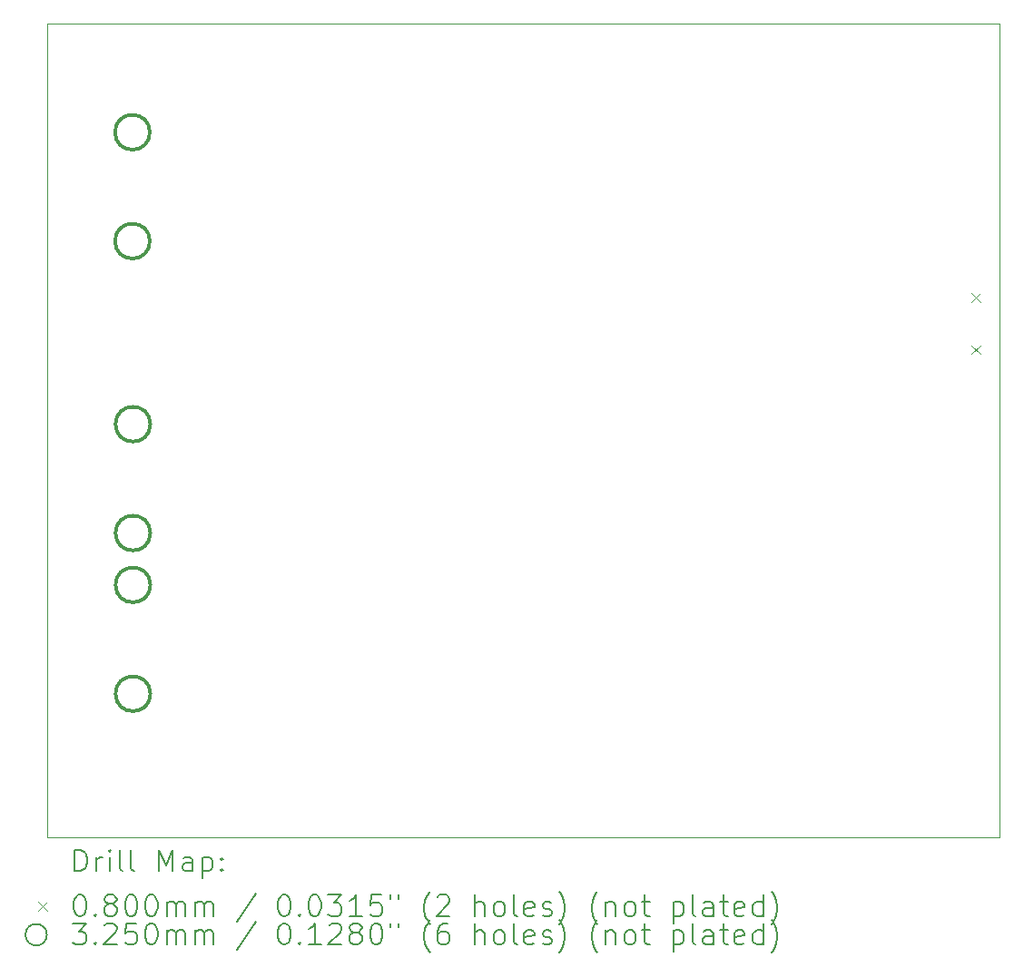
<source format=gbr>
%TF.GenerationSoftware,KiCad,Pcbnew,7.0.6*%
%TF.CreationDate,2024-01-13T22:26:54-05:00*%
%TF.ProjectId,Arch_Bridge,41726368-5f42-4726-9964-67652e6b6963,rev?*%
%TF.SameCoordinates,Original*%
%TF.FileFunction,Drillmap*%
%TF.FilePolarity,Positive*%
%FSLAX45Y45*%
G04 Gerber Fmt 4.5, Leading zero omitted, Abs format (unit mm)*
G04 Created by KiCad (PCBNEW 7.0.6) date 2024-01-13 22:26:54*
%MOMM*%
%LPD*%
G01*
G04 APERTURE LIST*
%ADD10C,0.050000*%
%ADD11C,0.200000*%
%ADD12C,0.080000*%
%ADD13C,0.325000*%
G04 APERTURE END LIST*
D10*
X2000000Y-9600000D02*
X2000000Y-2000000D01*
X10880000Y-2000000D02*
X2000000Y-2000000D01*
X2000000Y-9600000D02*
X10880000Y-9600000D01*
X10880000Y-9600000D02*
X10880000Y-2000000D01*
D11*
D12*
X10620000Y-4520000D02*
X10700000Y-4600000D01*
X10700000Y-4520000D02*
X10620000Y-4600000D01*
X10620000Y-5007500D02*
X10700000Y-5087500D01*
X10700000Y-5007500D02*
X10620000Y-5087500D01*
D13*
X2957500Y-3017000D02*
G75*
G03*
X2957500Y-3017000I-162500J0D01*
G01*
X2957500Y-4033000D02*
G75*
G03*
X2957500Y-4033000I-162500J0D01*
G01*
X2962500Y-5742000D02*
G75*
G03*
X2962500Y-5742000I-162500J0D01*
G01*
X2962500Y-6758000D02*
G75*
G03*
X2962500Y-6758000I-162500J0D01*
G01*
X2962500Y-7242000D02*
G75*
G03*
X2962500Y-7242000I-162500J0D01*
G01*
X2962500Y-8258000D02*
G75*
G03*
X2962500Y-8258000I-162500J0D01*
G01*
D11*
X2258277Y-9913984D02*
X2258277Y-9713984D01*
X2258277Y-9713984D02*
X2305896Y-9713984D01*
X2305896Y-9713984D02*
X2334467Y-9723508D01*
X2334467Y-9723508D02*
X2353515Y-9742555D01*
X2353515Y-9742555D02*
X2363039Y-9761603D01*
X2363039Y-9761603D02*
X2372563Y-9799698D01*
X2372563Y-9799698D02*
X2372563Y-9828270D01*
X2372563Y-9828270D02*
X2363039Y-9866365D01*
X2363039Y-9866365D02*
X2353515Y-9885412D01*
X2353515Y-9885412D02*
X2334467Y-9904460D01*
X2334467Y-9904460D02*
X2305896Y-9913984D01*
X2305896Y-9913984D02*
X2258277Y-9913984D01*
X2458277Y-9913984D02*
X2458277Y-9780650D01*
X2458277Y-9818746D02*
X2467801Y-9799698D01*
X2467801Y-9799698D02*
X2477324Y-9790174D01*
X2477324Y-9790174D02*
X2496372Y-9780650D01*
X2496372Y-9780650D02*
X2515420Y-9780650D01*
X2582086Y-9913984D02*
X2582086Y-9780650D01*
X2582086Y-9713984D02*
X2572563Y-9723508D01*
X2572563Y-9723508D02*
X2582086Y-9733031D01*
X2582086Y-9733031D02*
X2591610Y-9723508D01*
X2591610Y-9723508D02*
X2582086Y-9713984D01*
X2582086Y-9713984D02*
X2582086Y-9733031D01*
X2705896Y-9913984D02*
X2686848Y-9904460D01*
X2686848Y-9904460D02*
X2677324Y-9885412D01*
X2677324Y-9885412D02*
X2677324Y-9713984D01*
X2810658Y-9913984D02*
X2791610Y-9904460D01*
X2791610Y-9904460D02*
X2782086Y-9885412D01*
X2782086Y-9885412D02*
X2782086Y-9713984D01*
X3039229Y-9913984D02*
X3039229Y-9713984D01*
X3039229Y-9713984D02*
X3105896Y-9856841D01*
X3105896Y-9856841D02*
X3172562Y-9713984D01*
X3172562Y-9713984D02*
X3172562Y-9913984D01*
X3353515Y-9913984D02*
X3353515Y-9809222D01*
X3353515Y-9809222D02*
X3343991Y-9790174D01*
X3343991Y-9790174D02*
X3324943Y-9780650D01*
X3324943Y-9780650D02*
X3286848Y-9780650D01*
X3286848Y-9780650D02*
X3267801Y-9790174D01*
X3353515Y-9904460D02*
X3334467Y-9913984D01*
X3334467Y-9913984D02*
X3286848Y-9913984D01*
X3286848Y-9913984D02*
X3267801Y-9904460D01*
X3267801Y-9904460D02*
X3258277Y-9885412D01*
X3258277Y-9885412D02*
X3258277Y-9866365D01*
X3258277Y-9866365D02*
X3267801Y-9847317D01*
X3267801Y-9847317D02*
X3286848Y-9837793D01*
X3286848Y-9837793D02*
X3334467Y-9837793D01*
X3334467Y-9837793D02*
X3353515Y-9828270D01*
X3448753Y-9780650D02*
X3448753Y-9980650D01*
X3448753Y-9790174D02*
X3467801Y-9780650D01*
X3467801Y-9780650D02*
X3505896Y-9780650D01*
X3505896Y-9780650D02*
X3524943Y-9790174D01*
X3524943Y-9790174D02*
X3534467Y-9799698D01*
X3534467Y-9799698D02*
X3543991Y-9818746D01*
X3543991Y-9818746D02*
X3543991Y-9875889D01*
X3543991Y-9875889D02*
X3534467Y-9894936D01*
X3534467Y-9894936D02*
X3524943Y-9904460D01*
X3524943Y-9904460D02*
X3505896Y-9913984D01*
X3505896Y-9913984D02*
X3467801Y-9913984D01*
X3467801Y-9913984D02*
X3448753Y-9904460D01*
X3629705Y-9894936D02*
X3639229Y-9904460D01*
X3639229Y-9904460D02*
X3629705Y-9913984D01*
X3629705Y-9913984D02*
X3620182Y-9904460D01*
X3620182Y-9904460D02*
X3629705Y-9894936D01*
X3629705Y-9894936D02*
X3629705Y-9913984D01*
X3629705Y-9790174D02*
X3639229Y-9799698D01*
X3639229Y-9799698D02*
X3629705Y-9809222D01*
X3629705Y-9809222D02*
X3620182Y-9799698D01*
X3620182Y-9799698D02*
X3629705Y-9790174D01*
X3629705Y-9790174D02*
X3629705Y-9809222D01*
D12*
X1917500Y-10202500D02*
X1997500Y-10282500D01*
X1997500Y-10202500D02*
X1917500Y-10282500D01*
D11*
X2296372Y-10133984D02*
X2315420Y-10133984D01*
X2315420Y-10133984D02*
X2334467Y-10143508D01*
X2334467Y-10143508D02*
X2343991Y-10153031D01*
X2343991Y-10153031D02*
X2353515Y-10172079D01*
X2353515Y-10172079D02*
X2363039Y-10210174D01*
X2363039Y-10210174D02*
X2363039Y-10257793D01*
X2363039Y-10257793D02*
X2353515Y-10295889D01*
X2353515Y-10295889D02*
X2343991Y-10314936D01*
X2343991Y-10314936D02*
X2334467Y-10324460D01*
X2334467Y-10324460D02*
X2315420Y-10333984D01*
X2315420Y-10333984D02*
X2296372Y-10333984D01*
X2296372Y-10333984D02*
X2277324Y-10324460D01*
X2277324Y-10324460D02*
X2267801Y-10314936D01*
X2267801Y-10314936D02*
X2258277Y-10295889D01*
X2258277Y-10295889D02*
X2248753Y-10257793D01*
X2248753Y-10257793D02*
X2248753Y-10210174D01*
X2248753Y-10210174D02*
X2258277Y-10172079D01*
X2258277Y-10172079D02*
X2267801Y-10153031D01*
X2267801Y-10153031D02*
X2277324Y-10143508D01*
X2277324Y-10143508D02*
X2296372Y-10133984D01*
X2448753Y-10314936D02*
X2458277Y-10324460D01*
X2458277Y-10324460D02*
X2448753Y-10333984D01*
X2448753Y-10333984D02*
X2439229Y-10324460D01*
X2439229Y-10324460D02*
X2448753Y-10314936D01*
X2448753Y-10314936D02*
X2448753Y-10333984D01*
X2572563Y-10219698D02*
X2553515Y-10210174D01*
X2553515Y-10210174D02*
X2543991Y-10200650D01*
X2543991Y-10200650D02*
X2534467Y-10181603D01*
X2534467Y-10181603D02*
X2534467Y-10172079D01*
X2534467Y-10172079D02*
X2543991Y-10153031D01*
X2543991Y-10153031D02*
X2553515Y-10143508D01*
X2553515Y-10143508D02*
X2572563Y-10133984D01*
X2572563Y-10133984D02*
X2610658Y-10133984D01*
X2610658Y-10133984D02*
X2629705Y-10143508D01*
X2629705Y-10143508D02*
X2639229Y-10153031D01*
X2639229Y-10153031D02*
X2648753Y-10172079D01*
X2648753Y-10172079D02*
X2648753Y-10181603D01*
X2648753Y-10181603D02*
X2639229Y-10200650D01*
X2639229Y-10200650D02*
X2629705Y-10210174D01*
X2629705Y-10210174D02*
X2610658Y-10219698D01*
X2610658Y-10219698D02*
X2572563Y-10219698D01*
X2572563Y-10219698D02*
X2553515Y-10229222D01*
X2553515Y-10229222D02*
X2543991Y-10238746D01*
X2543991Y-10238746D02*
X2534467Y-10257793D01*
X2534467Y-10257793D02*
X2534467Y-10295889D01*
X2534467Y-10295889D02*
X2543991Y-10314936D01*
X2543991Y-10314936D02*
X2553515Y-10324460D01*
X2553515Y-10324460D02*
X2572563Y-10333984D01*
X2572563Y-10333984D02*
X2610658Y-10333984D01*
X2610658Y-10333984D02*
X2629705Y-10324460D01*
X2629705Y-10324460D02*
X2639229Y-10314936D01*
X2639229Y-10314936D02*
X2648753Y-10295889D01*
X2648753Y-10295889D02*
X2648753Y-10257793D01*
X2648753Y-10257793D02*
X2639229Y-10238746D01*
X2639229Y-10238746D02*
X2629705Y-10229222D01*
X2629705Y-10229222D02*
X2610658Y-10219698D01*
X2772563Y-10133984D02*
X2791610Y-10133984D01*
X2791610Y-10133984D02*
X2810658Y-10143508D01*
X2810658Y-10143508D02*
X2820182Y-10153031D01*
X2820182Y-10153031D02*
X2829705Y-10172079D01*
X2829705Y-10172079D02*
X2839229Y-10210174D01*
X2839229Y-10210174D02*
X2839229Y-10257793D01*
X2839229Y-10257793D02*
X2829705Y-10295889D01*
X2829705Y-10295889D02*
X2820182Y-10314936D01*
X2820182Y-10314936D02*
X2810658Y-10324460D01*
X2810658Y-10324460D02*
X2791610Y-10333984D01*
X2791610Y-10333984D02*
X2772563Y-10333984D01*
X2772563Y-10333984D02*
X2753515Y-10324460D01*
X2753515Y-10324460D02*
X2743991Y-10314936D01*
X2743991Y-10314936D02*
X2734467Y-10295889D01*
X2734467Y-10295889D02*
X2724944Y-10257793D01*
X2724944Y-10257793D02*
X2724944Y-10210174D01*
X2724944Y-10210174D02*
X2734467Y-10172079D01*
X2734467Y-10172079D02*
X2743991Y-10153031D01*
X2743991Y-10153031D02*
X2753515Y-10143508D01*
X2753515Y-10143508D02*
X2772563Y-10133984D01*
X2963039Y-10133984D02*
X2982086Y-10133984D01*
X2982086Y-10133984D02*
X3001134Y-10143508D01*
X3001134Y-10143508D02*
X3010658Y-10153031D01*
X3010658Y-10153031D02*
X3020182Y-10172079D01*
X3020182Y-10172079D02*
X3029705Y-10210174D01*
X3029705Y-10210174D02*
X3029705Y-10257793D01*
X3029705Y-10257793D02*
X3020182Y-10295889D01*
X3020182Y-10295889D02*
X3010658Y-10314936D01*
X3010658Y-10314936D02*
X3001134Y-10324460D01*
X3001134Y-10324460D02*
X2982086Y-10333984D01*
X2982086Y-10333984D02*
X2963039Y-10333984D01*
X2963039Y-10333984D02*
X2943991Y-10324460D01*
X2943991Y-10324460D02*
X2934467Y-10314936D01*
X2934467Y-10314936D02*
X2924943Y-10295889D01*
X2924943Y-10295889D02*
X2915420Y-10257793D01*
X2915420Y-10257793D02*
X2915420Y-10210174D01*
X2915420Y-10210174D02*
X2924943Y-10172079D01*
X2924943Y-10172079D02*
X2934467Y-10153031D01*
X2934467Y-10153031D02*
X2943991Y-10143508D01*
X2943991Y-10143508D02*
X2963039Y-10133984D01*
X3115420Y-10333984D02*
X3115420Y-10200650D01*
X3115420Y-10219698D02*
X3124943Y-10210174D01*
X3124943Y-10210174D02*
X3143991Y-10200650D01*
X3143991Y-10200650D02*
X3172563Y-10200650D01*
X3172563Y-10200650D02*
X3191610Y-10210174D01*
X3191610Y-10210174D02*
X3201134Y-10229222D01*
X3201134Y-10229222D02*
X3201134Y-10333984D01*
X3201134Y-10229222D02*
X3210658Y-10210174D01*
X3210658Y-10210174D02*
X3229705Y-10200650D01*
X3229705Y-10200650D02*
X3258277Y-10200650D01*
X3258277Y-10200650D02*
X3277324Y-10210174D01*
X3277324Y-10210174D02*
X3286848Y-10229222D01*
X3286848Y-10229222D02*
X3286848Y-10333984D01*
X3382086Y-10333984D02*
X3382086Y-10200650D01*
X3382086Y-10219698D02*
X3391610Y-10210174D01*
X3391610Y-10210174D02*
X3410658Y-10200650D01*
X3410658Y-10200650D02*
X3439229Y-10200650D01*
X3439229Y-10200650D02*
X3458277Y-10210174D01*
X3458277Y-10210174D02*
X3467801Y-10229222D01*
X3467801Y-10229222D02*
X3467801Y-10333984D01*
X3467801Y-10229222D02*
X3477324Y-10210174D01*
X3477324Y-10210174D02*
X3496372Y-10200650D01*
X3496372Y-10200650D02*
X3524943Y-10200650D01*
X3524943Y-10200650D02*
X3543991Y-10210174D01*
X3543991Y-10210174D02*
X3553515Y-10229222D01*
X3553515Y-10229222D02*
X3553515Y-10333984D01*
X3943991Y-10124460D02*
X3772563Y-10381603D01*
X4201134Y-10133984D02*
X4220182Y-10133984D01*
X4220182Y-10133984D02*
X4239229Y-10143508D01*
X4239229Y-10143508D02*
X4248753Y-10153031D01*
X4248753Y-10153031D02*
X4258277Y-10172079D01*
X4258277Y-10172079D02*
X4267801Y-10210174D01*
X4267801Y-10210174D02*
X4267801Y-10257793D01*
X4267801Y-10257793D02*
X4258277Y-10295889D01*
X4258277Y-10295889D02*
X4248753Y-10314936D01*
X4248753Y-10314936D02*
X4239229Y-10324460D01*
X4239229Y-10324460D02*
X4220182Y-10333984D01*
X4220182Y-10333984D02*
X4201134Y-10333984D01*
X4201134Y-10333984D02*
X4182086Y-10324460D01*
X4182086Y-10324460D02*
X4172563Y-10314936D01*
X4172563Y-10314936D02*
X4163039Y-10295889D01*
X4163039Y-10295889D02*
X4153515Y-10257793D01*
X4153515Y-10257793D02*
X4153515Y-10210174D01*
X4153515Y-10210174D02*
X4163039Y-10172079D01*
X4163039Y-10172079D02*
X4172563Y-10153031D01*
X4172563Y-10153031D02*
X4182086Y-10143508D01*
X4182086Y-10143508D02*
X4201134Y-10133984D01*
X4353515Y-10314936D02*
X4363039Y-10324460D01*
X4363039Y-10324460D02*
X4353515Y-10333984D01*
X4353515Y-10333984D02*
X4343991Y-10324460D01*
X4343991Y-10324460D02*
X4353515Y-10314936D01*
X4353515Y-10314936D02*
X4353515Y-10333984D01*
X4486848Y-10133984D02*
X4505896Y-10133984D01*
X4505896Y-10133984D02*
X4524944Y-10143508D01*
X4524944Y-10143508D02*
X4534468Y-10153031D01*
X4534468Y-10153031D02*
X4543991Y-10172079D01*
X4543991Y-10172079D02*
X4553515Y-10210174D01*
X4553515Y-10210174D02*
X4553515Y-10257793D01*
X4553515Y-10257793D02*
X4543991Y-10295889D01*
X4543991Y-10295889D02*
X4534468Y-10314936D01*
X4534468Y-10314936D02*
X4524944Y-10324460D01*
X4524944Y-10324460D02*
X4505896Y-10333984D01*
X4505896Y-10333984D02*
X4486848Y-10333984D01*
X4486848Y-10333984D02*
X4467801Y-10324460D01*
X4467801Y-10324460D02*
X4458277Y-10314936D01*
X4458277Y-10314936D02*
X4448753Y-10295889D01*
X4448753Y-10295889D02*
X4439229Y-10257793D01*
X4439229Y-10257793D02*
X4439229Y-10210174D01*
X4439229Y-10210174D02*
X4448753Y-10172079D01*
X4448753Y-10172079D02*
X4458277Y-10153031D01*
X4458277Y-10153031D02*
X4467801Y-10143508D01*
X4467801Y-10143508D02*
X4486848Y-10133984D01*
X4620182Y-10133984D02*
X4743991Y-10133984D01*
X4743991Y-10133984D02*
X4677325Y-10210174D01*
X4677325Y-10210174D02*
X4705896Y-10210174D01*
X4705896Y-10210174D02*
X4724944Y-10219698D01*
X4724944Y-10219698D02*
X4734468Y-10229222D01*
X4734468Y-10229222D02*
X4743991Y-10248270D01*
X4743991Y-10248270D02*
X4743991Y-10295889D01*
X4743991Y-10295889D02*
X4734468Y-10314936D01*
X4734468Y-10314936D02*
X4724944Y-10324460D01*
X4724944Y-10324460D02*
X4705896Y-10333984D01*
X4705896Y-10333984D02*
X4648753Y-10333984D01*
X4648753Y-10333984D02*
X4629706Y-10324460D01*
X4629706Y-10324460D02*
X4620182Y-10314936D01*
X4934468Y-10333984D02*
X4820182Y-10333984D01*
X4877325Y-10333984D02*
X4877325Y-10133984D01*
X4877325Y-10133984D02*
X4858277Y-10162555D01*
X4858277Y-10162555D02*
X4839229Y-10181603D01*
X4839229Y-10181603D02*
X4820182Y-10191127D01*
X5115420Y-10133984D02*
X5020182Y-10133984D01*
X5020182Y-10133984D02*
X5010658Y-10229222D01*
X5010658Y-10229222D02*
X5020182Y-10219698D01*
X5020182Y-10219698D02*
X5039229Y-10210174D01*
X5039229Y-10210174D02*
X5086849Y-10210174D01*
X5086849Y-10210174D02*
X5105896Y-10219698D01*
X5105896Y-10219698D02*
X5115420Y-10229222D01*
X5115420Y-10229222D02*
X5124944Y-10248270D01*
X5124944Y-10248270D02*
X5124944Y-10295889D01*
X5124944Y-10295889D02*
X5115420Y-10314936D01*
X5115420Y-10314936D02*
X5105896Y-10324460D01*
X5105896Y-10324460D02*
X5086849Y-10333984D01*
X5086849Y-10333984D02*
X5039229Y-10333984D01*
X5039229Y-10333984D02*
X5020182Y-10324460D01*
X5020182Y-10324460D02*
X5010658Y-10314936D01*
X5201134Y-10133984D02*
X5201134Y-10172079D01*
X5277325Y-10133984D02*
X5277325Y-10172079D01*
X5572563Y-10410174D02*
X5563039Y-10400650D01*
X5563039Y-10400650D02*
X5543991Y-10372079D01*
X5543991Y-10372079D02*
X5534468Y-10353031D01*
X5534468Y-10353031D02*
X5524944Y-10324460D01*
X5524944Y-10324460D02*
X5515420Y-10276841D01*
X5515420Y-10276841D02*
X5515420Y-10238746D01*
X5515420Y-10238746D02*
X5524944Y-10191127D01*
X5524944Y-10191127D02*
X5534468Y-10162555D01*
X5534468Y-10162555D02*
X5543991Y-10143508D01*
X5543991Y-10143508D02*
X5563039Y-10114936D01*
X5563039Y-10114936D02*
X5572563Y-10105412D01*
X5639229Y-10153031D02*
X5648753Y-10143508D01*
X5648753Y-10143508D02*
X5667801Y-10133984D01*
X5667801Y-10133984D02*
X5715420Y-10133984D01*
X5715420Y-10133984D02*
X5734468Y-10143508D01*
X5734468Y-10143508D02*
X5743991Y-10153031D01*
X5743991Y-10153031D02*
X5753515Y-10172079D01*
X5753515Y-10172079D02*
X5753515Y-10191127D01*
X5753515Y-10191127D02*
X5743991Y-10219698D01*
X5743991Y-10219698D02*
X5629706Y-10333984D01*
X5629706Y-10333984D02*
X5753515Y-10333984D01*
X5991610Y-10333984D02*
X5991610Y-10133984D01*
X6077325Y-10333984D02*
X6077325Y-10229222D01*
X6077325Y-10229222D02*
X6067801Y-10210174D01*
X6067801Y-10210174D02*
X6048753Y-10200650D01*
X6048753Y-10200650D02*
X6020182Y-10200650D01*
X6020182Y-10200650D02*
X6001134Y-10210174D01*
X6001134Y-10210174D02*
X5991610Y-10219698D01*
X6201134Y-10333984D02*
X6182087Y-10324460D01*
X6182087Y-10324460D02*
X6172563Y-10314936D01*
X6172563Y-10314936D02*
X6163039Y-10295889D01*
X6163039Y-10295889D02*
X6163039Y-10238746D01*
X6163039Y-10238746D02*
X6172563Y-10219698D01*
X6172563Y-10219698D02*
X6182087Y-10210174D01*
X6182087Y-10210174D02*
X6201134Y-10200650D01*
X6201134Y-10200650D02*
X6229706Y-10200650D01*
X6229706Y-10200650D02*
X6248753Y-10210174D01*
X6248753Y-10210174D02*
X6258277Y-10219698D01*
X6258277Y-10219698D02*
X6267801Y-10238746D01*
X6267801Y-10238746D02*
X6267801Y-10295889D01*
X6267801Y-10295889D02*
X6258277Y-10314936D01*
X6258277Y-10314936D02*
X6248753Y-10324460D01*
X6248753Y-10324460D02*
X6229706Y-10333984D01*
X6229706Y-10333984D02*
X6201134Y-10333984D01*
X6382087Y-10333984D02*
X6363039Y-10324460D01*
X6363039Y-10324460D02*
X6353515Y-10305412D01*
X6353515Y-10305412D02*
X6353515Y-10133984D01*
X6534468Y-10324460D02*
X6515420Y-10333984D01*
X6515420Y-10333984D02*
X6477325Y-10333984D01*
X6477325Y-10333984D02*
X6458277Y-10324460D01*
X6458277Y-10324460D02*
X6448753Y-10305412D01*
X6448753Y-10305412D02*
X6448753Y-10229222D01*
X6448753Y-10229222D02*
X6458277Y-10210174D01*
X6458277Y-10210174D02*
X6477325Y-10200650D01*
X6477325Y-10200650D02*
X6515420Y-10200650D01*
X6515420Y-10200650D02*
X6534468Y-10210174D01*
X6534468Y-10210174D02*
X6543991Y-10229222D01*
X6543991Y-10229222D02*
X6543991Y-10248270D01*
X6543991Y-10248270D02*
X6448753Y-10267317D01*
X6620182Y-10324460D02*
X6639230Y-10333984D01*
X6639230Y-10333984D02*
X6677325Y-10333984D01*
X6677325Y-10333984D02*
X6696372Y-10324460D01*
X6696372Y-10324460D02*
X6705896Y-10305412D01*
X6705896Y-10305412D02*
X6705896Y-10295889D01*
X6705896Y-10295889D02*
X6696372Y-10276841D01*
X6696372Y-10276841D02*
X6677325Y-10267317D01*
X6677325Y-10267317D02*
X6648753Y-10267317D01*
X6648753Y-10267317D02*
X6629706Y-10257793D01*
X6629706Y-10257793D02*
X6620182Y-10238746D01*
X6620182Y-10238746D02*
X6620182Y-10229222D01*
X6620182Y-10229222D02*
X6629706Y-10210174D01*
X6629706Y-10210174D02*
X6648753Y-10200650D01*
X6648753Y-10200650D02*
X6677325Y-10200650D01*
X6677325Y-10200650D02*
X6696372Y-10210174D01*
X6772563Y-10410174D02*
X6782087Y-10400650D01*
X6782087Y-10400650D02*
X6801134Y-10372079D01*
X6801134Y-10372079D02*
X6810658Y-10353031D01*
X6810658Y-10353031D02*
X6820182Y-10324460D01*
X6820182Y-10324460D02*
X6829706Y-10276841D01*
X6829706Y-10276841D02*
X6829706Y-10238746D01*
X6829706Y-10238746D02*
X6820182Y-10191127D01*
X6820182Y-10191127D02*
X6810658Y-10162555D01*
X6810658Y-10162555D02*
X6801134Y-10143508D01*
X6801134Y-10143508D02*
X6782087Y-10114936D01*
X6782087Y-10114936D02*
X6772563Y-10105412D01*
X7134468Y-10410174D02*
X7124944Y-10400650D01*
X7124944Y-10400650D02*
X7105896Y-10372079D01*
X7105896Y-10372079D02*
X7096372Y-10353031D01*
X7096372Y-10353031D02*
X7086849Y-10324460D01*
X7086849Y-10324460D02*
X7077325Y-10276841D01*
X7077325Y-10276841D02*
X7077325Y-10238746D01*
X7077325Y-10238746D02*
X7086849Y-10191127D01*
X7086849Y-10191127D02*
X7096372Y-10162555D01*
X7096372Y-10162555D02*
X7105896Y-10143508D01*
X7105896Y-10143508D02*
X7124944Y-10114936D01*
X7124944Y-10114936D02*
X7134468Y-10105412D01*
X7210658Y-10200650D02*
X7210658Y-10333984D01*
X7210658Y-10219698D02*
X7220182Y-10210174D01*
X7220182Y-10210174D02*
X7239230Y-10200650D01*
X7239230Y-10200650D02*
X7267801Y-10200650D01*
X7267801Y-10200650D02*
X7286849Y-10210174D01*
X7286849Y-10210174D02*
X7296372Y-10229222D01*
X7296372Y-10229222D02*
X7296372Y-10333984D01*
X7420182Y-10333984D02*
X7401134Y-10324460D01*
X7401134Y-10324460D02*
X7391611Y-10314936D01*
X7391611Y-10314936D02*
X7382087Y-10295889D01*
X7382087Y-10295889D02*
X7382087Y-10238746D01*
X7382087Y-10238746D02*
X7391611Y-10219698D01*
X7391611Y-10219698D02*
X7401134Y-10210174D01*
X7401134Y-10210174D02*
X7420182Y-10200650D01*
X7420182Y-10200650D02*
X7448753Y-10200650D01*
X7448753Y-10200650D02*
X7467801Y-10210174D01*
X7467801Y-10210174D02*
X7477325Y-10219698D01*
X7477325Y-10219698D02*
X7486849Y-10238746D01*
X7486849Y-10238746D02*
X7486849Y-10295889D01*
X7486849Y-10295889D02*
X7477325Y-10314936D01*
X7477325Y-10314936D02*
X7467801Y-10324460D01*
X7467801Y-10324460D02*
X7448753Y-10333984D01*
X7448753Y-10333984D02*
X7420182Y-10333984D01*
X7543992Y-10200650D02*
X7620182Y-10200650D01*
X7572563Y-10133984D02*
X7572563Y-10305412D01*
X7572563Y-10305412D02*
X7582087Y-10324460D01*
X7582087Y-10324460D02*
X7601134Y-10333984D01*
X7601134Y-10333984D02*
X7620182Y-10333984D01*
X7839230Y-10200650D02*
X7839230Y-10400650D01*
X7839230Y-10210174D02*
X7858277Y-10200650D01*
X7858277Y-10200650D02*
X7896373Y-10200650D01*
X7896373Y-10200650D02*
X7915420Y-10210174D01*
X7915420Y-10210174D02*
X7924944Y-10219698D01*
X7924944Y-10219698D02*
X7934468Y-10238746D01*
X7934468Y-10238746D02*
X7934468Y-10295889D01*
X7934468Y-10295889D02*
X7924944Y-10314936D01*
X7924944Y-10314936D02*
X7915420Y-10324460D01*
X7915420Y-10324460D02*
X7896373Y-10333984D01*
X7896373Y-10333984D02*
X7858277Y-10333984D01*
X7858277Y-10333984D02*
X7839230Y-10324460D01*
X8048753Y-10333984D02*
X8029706Y-10324460D01*
X8029706Y-10324460D02*
X8020182Y-10305412D01*
X8020182Y-10305412D02*
X8020182Y-10133984D01*
X8210658Y-10333984D02*
X8210658Y-10229222D01*
X8210658Y-10229222D02*
X8201134Y-10210174D01*
X8201134Y-10210174D02*
X8182087Y-10200650D01*
X8182087Y-10200650D02*
X8143992Y-10200650D01*
X8143992Y-10200650D02*
X8124944Y-10210174D01*
X8210658Y-10324460D02*
X8191611Y-10333984D01*
X8191611Y-10333984D02*
X8143992Y-10333984D01*
X8143992Y-10333984D02*
X8124944Y-10324460D01*
X8124944Y-10324460D02*
X8115420Y-10305412D01*
X8115420Y-10305412D02*
X8115420Y-10286365D01*
X8115420Y-10286365D02*
X8124944Y-10267317D01*
X8124944Y-10267317D02*
X8143992Y-10257793D01*
X8143992Y-10257793D02*
X8191611Y-10257793D01*
X8191611Y-10257793D02*
X8210658Y-10248270D01*
X8277325Y-10200650D02*
X8353515Y-10200650D01*
X8305896Y-10133984D02*
X8305896Y-10305412D01*
X8305896Y-10305412D02*
X8315420Y-10324460D01*
X8315420Y-10324460D02*
X8334468Y-10333984D01*
X8334468Y-10333984D02*
X8353515Y-10333984D01*
X8496373Y-10324460D02*
X8477325Y-10333984D01*
X8477325Y-10333984D02*
X8439230Y-10333984D01*
X8439230Y-10333984D02*
X8420182Y-10324460D01*
X8420182Y-10324460D02*
X8410658Y-10305412D01*
X8410658Y-10305412D02*
X8410658Y-10229222D01*
X8410658Y-10229222D02*
X8420182Y-10210174D01*
X8420182Y-10210174D02*
X8439230Y-10200650D01*
X8439230Y-10200650D02*
X8477325Y-10200650D01*
X8477325Y-10200650D02*
X8496373Y-10210174D01*
X8496373Y-10210174D02*
X8505896Y-10229222D01*
X8505896Y-10229222D02*
X8505896Y-10248270D01*
X8505896Y-10248270D02*
X8410658Y-10267317D01*
X8677325Y-10333984D02*
X8677325Y-10133984D01*
X8677325Y-10324460D02*
X8658277Y-10333984D01*
X8658277Y-10333984D02*
X8620182Y-10333984D01*
X8620182Y-10333984D02*
X8601135Y-10324460D01*
X8601135Y-10324460D02*
X8591611Y-10314936D01*
X8591611Y-10314936D02*
X8582087Y-10295889D01*
X8582087Y-10295889D02*
X8582087Y-10238746D01*
X8582087Y-10238746D02*
X8591611Y-10219698D01*
X8591611Y-10219698D02*
X8601135Y-10210174D01*
X8601135Y-10210174D02*
X8620182Y-10200650D01*
X8620182Y-10200650D02*
X8658277Y-10200650D01*
X8658277Y-10200650D02*
X8677325Y-10210174D01*
X8753516Y-10410174D02*
X8763039Y-10400650D01*
X8763039Y-10400650D02*
X8782087Y-10372079D01*
X8782087Y-10372079D02*
X8791611Y-10353031D01*
X8791611Y-10353031D02*
X8801135Y-10324460D01*
X8801135Y-10324460D02*
X8810658Y-10276841D01*
X8810658Y-10276841D02*
X8810658Y-10238746D01*
X8810658Y-10238746D02*
X8801135Y-10191127D01*
X8801135Y-10191127D02*
X8791611Y-10162555D01*
X8791611Y-10162555D02*
X8782087Y-10143508D01*
X8782087Y-10143508D02*
X8763039Y-10114936D01*
X8763039Y-10114936D02*
X8753516Y-10105412D01*
X1997500Y-10506500D02*
G75*
G03*
X1997500Y-10506500I-100000J0D01*
G01*
X2239229Y-10397984D02*
X2363039Y-10397984D01*
X2363039Y-10397984D02*
X2296372Y-10474174D01*
X2296372Y-10474174D02*
X2324944Y-10474174D01*
X2324944Y-10474174D02*
X2343991Y-10483698D01*
X2343991Y-10483698D02*
X2353515Y-10493222D01*
X2353515Y-10493222D02*
X2363039Y-10512270D01*
X2363039Y-10512270D02*
X2363039Y-10559889D01*
X2363039Y-10559889D02*
X2353515Y-10578936D01*
X2353515Y-10578936D02*
X2343991Y-10588460D01*
X2343991Y-10588460D02*
X2324944Y-10597984D01*
X2324944Y-10597984D02*
X2267801Y-10597984D01*
X2267801Y-10597984D02*
X2248753Y-10588460D01*
X2248753Y-10588460D02*
X2239229Y-10578936D01*
X2448753Y-10578936D02*
X2458277Y-10588460D01*
X2458277Y-10588460D02*
X2448753Y-10597984D01*
X2448753Y-10597984D02*
X2439229Y-10588460D01*
X2439229Y-10588460D02*
X2448753Y-10578936D01*
X2448753Y-10578936D02*
X2448753Y-10597984D01*
X2534467Y-10417031D02*
X2543991Y-10407508D01*
X2543991Y-10407508D02*
X2563039Y-10397984D01*
X2563039Y-10397984D02*
X2610658Y-10397984D01*
X2610658Y-10397984D02*
X2629705Y-10407508D01*
X2629705Y-10407508D02*
X2639229Y-10417031D01*
X2639229Y-10417031D02*
X2648753Y-10436079D01*
X2648753Y-10436079D02*
X2648753Y-10455127D01*
X2648753Y-10455127D02*
X2639229Y-10483698D01*
X2639229Y-10483698D02*
X2524944Y-10597984D01*
X2524944Y-10597984D02*
X2648753Y-10597984D01*
X2829705Y-10397984D02*
X2734467Y-10397984D01*
X2734467Y-10397984D02*
X2724944Y-10493222D01*
X2724944Y-10493222D02*
X2734467Y-10483698D01*
X2734467Y-10483698D02*
X2753515Y-10474174D01*
X2753515Y-10474174D02*
X2801134Y-10474174D01*
X2801134Y-10474174D02*
X2820182Y-10483698D01*
X2820182Y-10483698D02*
X2829705Y-10493222D01*
X2829705Y-10493222D02*
X2839229Y-10512270D01*
X2839229Y-10512270D02*
X2839229Y-10559889D01*
X2839229Y-10559889D02*
X2829705Y-10578936D01*
X2829705Y-10578936D02*
X2820182Y-10588460D01*
X2820182Y-10588460D02*
X2801134Y-10597984D01*
X2801134Y-10597984D02*
X2753515Y-10597984D01*
X2753515Y-10597984D02*
X2734467Y-10588460D01*
X2734467Y-10588460D02*
X2724944Y-10578936D01*
X2963039Y-10397984D02*
X2982086Y-10397984D01*
X2982086Y-10397984D02*
X3001134Y-10407508D01*
X3001134Y-10407508D02*
X3010658Y-10417031D01*
X3010658Y-10417031D02*
X3020182Y-10436079D01*
X3020182Y-10436079D02*
X3029705Y-10474174D01*
X3029705Y-10474174D02*
X3029705Y-10521793D01*
X3029705Y-10521793D02*
X3020182Y-10559889D01*
X3020182Y-10559889D02*
X3010658Y-10578936D01*
X3010658Y-10578936D02*
X3001134Y-10588460D01*
X3001134Y-10588460D02*
X2982086Y-10597984D01*
X2982086Y-10597984D02*
X2963039Y-10597984D01*
X2963039Y-10597984D02*
X2943991Y-10588460D01*
X2943991Y-10588460D02*
X2934467Y-10578936D01*
X2934467Y-10578936D02*
X2924943Y-10559889D01*
X2924943Y-10559889D02*
X2915420Y-10521793D01*
X2915420Y-10521793D02*
X2915420Y-10474174D01*
X2915420Y-10474174D02*
X2924943Y-10436079D01*
X2924943Y-10436079D02*
X2934467Y-10417031D01*
X2934467Y-10417031D02*
X2943991Y-10407508D01*
X2943991Y-10407508D02*
X2963039Y-10397984D01*
X3115420Y-10597984D02*
X3115420Y-10464650D01*
X3115420Y-10483698D02*
X3124943Y-10474174D01*
X3124943Y-10474174D02*
X3143991Y-10464650D01*
X3143991Y-10464650D02*
X3172563Y-10464650D01*
X3172563Y-10464650D02*
X3191610Y-10474174D01*
X3191610Y-10474174D02*
X3201134Y-10493222D01*
X3201134Y-10493222D02*
X3201134Y-10597984D01*
X3201134Y-10493222D02*
X3210658Y-10474174D01*
X3210658Y-10474174D02*
X3229705Y-10464650D01*
X3229705Y-10464650D02*
X3258277Y-10464650D01*
X3258277Y-10464650D02*
X3277324Y-10474174D01*
X3277324Y-10474174D02*
X3286848Y-10493222D01*
X3286848Y-10493222D02*
X3286848Y-10597984D01*
X3382086Y-10597984D02*
X3382086Y-10464650D01*
X3382086Y-10483698D02*
X3391610Y-10474174D01*
X3391610Y-10474174D02*
X3410658Y-10464650D01*
X3410658Y-10464650D02*
X3439229Y-10464650D01*
X3439229Y-10464650D02*
X3458277Y-10474174D01*
X3458277Y-10474174D02*
X3467801Y-10493222D01*
X3467801Y-10493222D02*
X3467801Y-10597984D01*
X3467801Y-10493222D02*
X3477324Y-10474174D01*
X3477324Y-10474174D02*
X3496372Y-10464650D01*
X3496372Y-10464650D02*
X3524943Y-10464650D01*
X3524943Y-10464650D02*
X3543991Y-10474174D01*
X3543991Y-10474174D02*
X3553515Y-10493222D01*
X3553515Y-10493222D02*
X3553515Y-10597984D01*
X3943991Y-10388460D02*
X3772563Y-10645603D01*
X4201134Y-10397984D02*
X4220182Y-10397984D01*
X4220182Y-10397984D02*
X4239229Y-10407508D01*
X4239229Y-10407508D02*
X4248753Y-10417031D01*
X4248753Y-10417031D02*
X4258277Y-10436079D01*
X4258277Y-10436079D02*
X4267801Y-10474174D01*
X4267801Y-10474174D02*
X4267801Y-10521793D01*
X4267801Y-10521793D02*
X4258277Y-10559889D01*
X4258277Y-10559889D02*
X4248753Y-10578936D01*
X4248753Y-10578936D02*
X4239229Y-10588460D01*
X4239229Y-10588460D02*
X4220182Y-10597984D01*
X4220182Y-10597984D02*
X4201134Y-10597984D01*
X4201134Y-10597984D02*
X4182086Y-10588460D01*
X4182086Y-10588460D02*
X4172563Y-10578936D01*
X4172563Y-10578936D02*
X4163039Y-10559889D01*
X4163039Y-10559889D02*
X4153515Y-10521793D01*
X4153515Y-10521793D02*
X4153515Y-10474174D01*
X4153515Y-10474174D02*
X4163039Y-10436079D01*
X4163039Y-10436079D02*
X4172563Y-10417031D01*
X4172563Y-10417031D02*
X4182086Y-10407508D01*
X4182086Y-10407508D02*
X4201134Y-10397984D01*
X4353515Y-10578936D02*
X4363039Y-10588460D01*
X4363039Y-10588460D02*
X4353515Y-10597984D01*
X4353515Y-10597984D02*
X4343991Y-10588460D01*
X4343991Y-10588460D02*
X4353515Y-10578936D01*
X4353515Y-10578936D02*
X4353515Y-10597984D01*
X4553515Y-10597984D02*
X4439229Y-10597984D01*
X4496372Y-10597984D02*
X4496372Y-10397984D01*
X4496372Y-10397984D02*
X4477325Y-10426555D01*
X4477325Y-10426555D02*
X4458277Y-10445603D01*
X4458277Y-10445603D02*
X4439229Y-10455127D01*
X4629706Y-10417031D02*
X4639229Y-10407508D01*
X4639229Y-10407508D02*
X4658277Y-10397984D01*
X4658277Y-10397984D02*
X4705896Y-10397984D01*
X4705896Y-10397984D02*
X4724944Y-10407508D01*
X4724944Y-10407508D02*
X4734468Y-10417031D01*
X4734468Y-10417031D02*
X4743991Y-10436079D01*
X4743991Y-10436079D02*
X4743991Y-10455127D01*
X4743991Y-10455127D02*
X4734468Y-10483698D01*
X4734468Y-10483698D02*
X4620182Y-10597984D01*
X4620182Y-10597984D02*
X4743991Y-10597984D01*
X4858277Y-10483698D02*
X4839229Y-10474174D01*
X4839229Y-10474174D02*
X4829706Y-10464650D01*
X4829706Y-10464650D02*
X4820182Y-10445603D01*
X4820182Y-10445603D02*
X4820182Y-10436079D01*
X4820182Y-10436079D02*
X4829706Y-10417031D01*
X4829706Y-10417031D02*
X4839229Y-10407508D01*
X4839229Y-10407508D02*
X4858277Y-10397984D01*
X4858277Y-10397984D02*
X4896372Y-10397984D01*
X4896372Y-10397984D02*
X4915420Y-10407508D01*
X4915420Y-10407508D02*
X4924944Y-10417031D01*
X4924944Y-10417031D02*
X4934468Y-10436079D01*
X4934468Y-10436079D02*
X4934468Y-10445603D01*
X4934468Y-10445603D02*
X4924944Y-10464650D01*
X4924944Y-10464650D02*
X4915420Y-10474174D01*
X4915420Y-10474174D02*
X4896372Y-10483698D01*
X4896372Y-10483698D02*
X4858277Y-10483698D01*
X4858277Y-10483698D02*
X4839229Y-10493222D01*
X4839229Y-10493222D02*
X4829706Y-10502746D01*
X4829706Y-10502746D02*
X4820182Y-10521793D01*
X4820182Y-10521793D02*
X4820182Y-10559889D01*
X4820182Y-10559889D02*
X4829706Y-10578936D01*
X4829706Y-10578936D02*
X4839229Y-10588460D01*
X4839229Y-10588460D02*
X4858277Y-10597984D01*
X4858277Y-10597984D02*
X4896372Y-10597984D01*
X4896372Y-10597984D02*
X4915420Y-10588460D01*
X4915420Y-10588460D02*
X4924944Y-10578936D01*
X4924944Y-10578936D02*
X4934468Y-10559889D01*
X4934468Y-10559889D02*
X4934468Y-10521793D01*
X4934468Y-10521793D02*
X4924944Y-10502746D01*
X4924944Y-10502746D02*
X4915420Y-10493222D01*
X4915420Y-10493222D02*
X4896372Y-10483698D01*
X5058277Y-10397984D02*
X5077325Y-10397984D01*
X5077325Y-10397984D02*
X5096372Y-10407508D01*
X5096372Y-10407508D02*
X5105896Y-10417031D01*
X5105896Y-10417031D02*
X5115420Y-10436079D01*
X5115420Y-10436079D02*
X5124944Y-10474174D01*
X5124944Y-10474174D02*
X5124944Y-10521793D01*
X5124944Y-10521793D02*
X5115420Y-10559889D01*
X5115420Y-10559889D02*
X5105896Y-10578936D01*
X5105896Y-10578936D02*
X5096372Y-10588460D01*
X5096372Y-10588460D02*
X5077325Y-10597984D01*
X5077325Y-10597984D02*
X5058277Y-10597984D01*
X5058277Y-10597984D02*
X5039229Y-10588460D01*
X5039229Y-10588460D02*
X5029706Y-10578936D01*
X5029706Y-10578936D02*
X5020182Y-10559889D01*
X5020182Y-10559889D02*
X5010658Y-10521793D01*
X5010658Y-10521793D02*
X5010658Y-10474174D01*
X5010658Y-10474174D02*
X5020182Y-10436079D01*
X5020182Y-10436079D02*
X5029706Y-10417031D01*
X5029706Y-10417031D02*
X5039229Y-10407508D01*
X5039229Y-10407508D02*
X5058277Y-10397984D01*
X5201134Y-10397984D02*
X5201134Y-10436079D01*
X5277325Y-10397984D02*
X5277325Y-10436079D01*
X5572563Y-10674174D02*
X5563039Y-10664650D01*
X5563039Y-10664650D02*
X5543991Y-10636079D01*
X5543991Y-10636079D02*
X5534468Y-10617031D01*
X5534468Y-10617031D02*
X5524944Y-10588460D01*
X5524944Y-10588460D02*
X5515420Y-10540841D01*
X5515420Y-10540841D02*
X5515420Y-10502746D01*
X5515420Y-10502746D02*
X5524944Y-10455127D01*
X5524944Y-10455127D02*
X5534468Y-10426555D01*
X5534468Y-10426555D02*
X5543991Y-10407508D01*
X5543991Y-10407508D02*
X5563039Y-10378936D01*
X5563039Y-10378936D02*
X5572563Y-10369412D01*
X5734468Y-10397984D02*
X5696372Y-10397984D01*
X5696372Y-10397984D02*
X5677325Y-10407508D01*
X5677325Y-10407508D02*
X5667801Y-10417031D01*
X5667801Y-10417031D02*
X5648753Y-10445603D01*
X5648753Y-10445603D02*
X5639229Y-10483698D01*
X5639229Y-10483698D02*
X5639229Y-10559889D01*
X5639229Y-10559889D02*
X5648753Y-10578936D01*
X5648753Y-10578936D02*
X5658277Y-10588460D01*
X5658277Y-10588460D02*
X5677325Y-10597984D01*
X5677325Y-10597984D02*
X5715420Y-10597984D01*
X5715420Y-10597984D02*
X5734468Y-10588460D01*
X5734468Y-10588460D02*
X5743991Y-10578936D01*
X5743991Y-10578936D02*
X5753515Y-10559889D01*
X5753515Y-10559889D02*
X5753515Y-10512270D01*
X5753515Y-10512270D02*
X5743991Y-10493222D01*
X5743991Y-10493222D02*
X5734468Y-10483698D01*
X5734468Y-10483698D02*
X5715420Y-10474174D01*
X5715420Y-10474174D02*
X5677325Y-10474174D01*
X5677325Y-10474174D02*
X5658277Y-10483698D01*
X5658277Y-10483698D02*
X5648753Y-10493222D01*
X5648753Y-10493222D02*
X5639229Y-10512270D01*
X5991610Y-10597984D02*
X5991610Y-10397984D01*
X6077325Y-10597984D02*
X6077325Y-10493222D01*
X6077325Y-10493222D02*
X6067801Y-10474174D01*
X6067801Y-10474174D02*
X6048753Y-10464650D01*
X6048753Y-10464650D02*
X6020182Y-10464650D01*
X6020182Y-10464650D02*
X6001134Y-10474174D01*
X6001134Y-10474174D02*
X5991610Y-10483698D01*
X6201134Y-10597984D02*
X6182087Y-10588460D01*
X6182087Y-10588460D02*
X6172563Y-10578936D01*
X6172563Y-10578936D02*
X6163039Y-10559889D01*
X6163039Y-10559889D02*
X6163039Y-10502746D01*
X6163039Y-10502746D02*
X6172563Y-10483698D01*
X6172563Y-10483698D02*
X6182087Y-10474174D01*
X6182087Y-10474174D02*
X6201134Y-10464650D01*
X6201134Y-10464650D02*
X6229706Y-10464650D01*
X6229706Y-10464650D02*
X6248753Y-10474174D01*
X6248753Y-10474174D02*
X6258277Y-10483698D01*
X6258277Y-10483698D02*
X6267801Y-10502746D01*
X6267801Y-10502746D02*
X6267801Y-10559889D01*
X6267801Y-10559889D02*
X6258277Y-10578936D01*
X6258277Y-10578936D02*
X6248753Y-10588460D01*
X6248753Y-10588460D02*
X6229706Y-10597984D01*
X6229706Y-10597984D02*
X6201134Y-10597984D01*
X6382087Y-10597984D02*
X6363039Y-10588460D01*
X6363039Y-10588460D02*
X6353515Y-10569412D01*
X6353515Y-10569412D02*
X6353515Y-10397984D01*
X6534468Y-10588460D02*
X6515420Y-10597984D01*
X6515420Y-10597984D02*
X6477325Y-10597984D01*
X6477325Y-10597984D02*
X6458277Y-10588460D01*
X6458277Y-10588460D02*
X6448753Y-10569412D01*
X6448753Y-10569412D02*
X6448753Y-10493222D01*
X6448753Y-10493222D02*
X6458277Y-10474174D01*
X6458277Y-10474174D02*
X6477325Y-10464650D01*
X6477325Y-10464650D02*
X6515420Y-10464650D01*
X6515420Y-10464650D02*
X6534468Y-10474174D01*
X6534468Y-10474174D02*
X6543991Y-10493222D01*
X6543991Y-10493222D02*
X6543991Y-10512270D01*
X6543991Y-10512270D02*
X6448753Y-10531317D01*
X6620182Y-10588460D02*
X6639230Y-10597984D01*
X6639230Y-10597984D02*
X6677325Y-10597984D01*
X6677325Y-10597984D02*
X6696372Y-10588460D01*
X6696372Y-10588460D02*
X6705896Y-10569412D01*
X6705896Y-10569412D02*
X6705896Y-10559889D01*
X6705896Y-10559889D02*
X6696372Y-10540841D01*
X6696372Y-10540841D02*
X6677325Y-10531317D01*
X6677325Y-10531317D02*
X6648753Y-10531317D01*
X6648753Y-10531317D02*
X6629706Y-10521793D01*
X6629706Y-10521793D02*
X6620182Y-10502746D01*
X6620182Y-10502746D02*
X6620182Y-10493222D01*
X6620182Y-10493222D02*
X6629706Y-10474174D01*
X6629706Y-10474174D02*
X6648753Y-10464650D01*
X6648753Y-10464650D02*
X6677325Y-10464650D01*
X6677325Y-10464650D02*
X6696372Y-10474174D01*
X6772563Y-10674174D02*
X6782087Y-10664650D01*
X6782087Y-10664650D02*
X6801134Y-10636079D01*
X6801134Y-10636079D02*
X6810658Y-10617031D01*
X6810658Y-10617031D02*
X6820182Y-10588460D01*
X6820182Y-10588460D02*
X6829706Y-10540841D01*
X6829706Y-10540841D02*
X6829706Y-10502746D01*
X6829706Y-10502746D02*
X6820182Y-10455127D01*
X6820182Y-10455127D02*
X6810658Y-10426555D01*
X6810658Y-10426555D02*
X6801134Y-10407508D01*
X6801134Y-10407508D02*
X6782087Y-10378936D01*
X6782087Y-10378936D02*
X6772563Y-10369412D01*
X7134468Y-10674174D02*
X7124944Y-10664650D01*
X7124944Y-10664650D02*
X7105896Y-10636079D01*
X7105896Y-10636079D02*
X7096372Y-10617031D01*
X7096372Y-10617031D02*
X7086849Y-10588460D01*
X7086849Y-10588460D02*
X7077325Y-10540841D01*
X7077325Y-10540841D02*
X7077325Y-10502746D01*
X7077325Y-10502746D02*
X7086849Y-10455127D01*
X7086849Y-10455127D02*
X7096372Y-10426555D01*
X7096372Y-10426555D02*
X7105896Y-10407508D01*
X7105896Y-10407508D02*
X7124944Y-10378936D01*
X7124944Y-10378936D02*
X7134468Y-10369412D01*
X7210658Y-10464650D02*
X7210658Y-10597984D01*
X7210658Y-10483698D02*
X7220182Y-10474174D01*
X7220182Y-10474174D02*
X7239230Y-10464650D01*
X7239230Y-10464650D02*
X7267801Y-10464650D01*
X7267801Y-10464650D02*
X7286849Y-10474174D01*
X7286849Y-10474174D02*
X7296372Y-10493222D01*
X7296372Y-10493222D02*
X7296372Y-10597984D01*
X7420182Y-10597984D02*
X7401134Y-10588460D01*
X7401134Y-10588460D02*
X7391611Y-10578936D01*
X7391611Y-10578936D02*
X7382087Y-10559889D01*
X7382087Y-10559889D02*
X7382087Y-10502746D01*
X7382087Y-10502746D02*
X7391611Y-10483698D01*
X7391611Y-10483698D02*
X7401134Y-10474174D01*
X7401134Y-10474174D02*
X7420182Y-10464650D01*
X7420182Y-10464650D02*
X7448753Y-10464650D01*
X7448753Y-10464650D02*
X7467801Y-10474174D01*
X7467801Y-10474174D02*
X7477325Y-10483698D01*
X7477325Y-10483698D02*
X7486849Y-10502746D01*
X7486849Y-10502746D02*
X7486849Y-10559889D01*
X7486849Y-10559889D02*
X7477325Y-10578936D01*
X7477325Y-10578936D02*
X7467801Y-10588460D01*
X7467801Y-10588460D02*
X7448753Y-10597984D01*
X7448753Y-10597984D02*
X7420182Y-10597984D01*
X7543992Y-10464650D02*
X7620182Y-10464650D01*
X7572563Y-10397984D02*
X7572563Y-10569412D01*
X7572563Y-10569412D02*
X7582087Y-10588460D01*
X7582087Y-10588460D02*
X7601134Y-10597984D01*
X7601134Y-10597984D02*
X7620182Y-10597984D01*
X7839230Y-10464650D02*
X7839230Y-10664650D01*
X7839230Y-10474174D02*
X7858277Y-10464650D01*
X7858277Y-10464650D02*
X7896373Y-10464650D01*
X7896373Y-10464650D02*
X7915420Y-10474174D01*
X7915420Y-10474174D02*
X7924944Y-10483698D01*
X7924944Y-10483698D02*
X7934468Y-10502746D01*
X7934468Y-10502746D02*
X7934468Y-10559889D01*
X7934468Y-10559889D02*
X7924944Y-10578936D01*
X7924944Y-10578936D02*
X7915420Y-10588460D01*
X7915420Y-10588460D02*
X7896373Y-10597984D01*
X7896373Y-10597984D02*
X7858277Y-10597984D01*
X7858277Y-10597984D02*
X7839230Y-10588460D01*
X8048753Y-10597984D02*
X8029706Y-10588460D01*
X8029706Y-10588460D02*
X8020182Y-10569412D01*
X8020182Y-10569412D02*
X8020182Y-10397984D01*
X8210658Y-10597984D02*
X8210658Y-10493222D01*
X8210658Y-10493222D02*
X8201134Y-10474174D01*
X8201134Y-10474174D02*
X8182087Y-10464650D01*
X8182087Y-10464650D02*
X8143992Y-10464650D01*
X8143992Y-10464650D02*
X8124944Y-10474174D01*
X8210658Y-10588460D02*
X8191611Y-10597984D01*
X8191611Y-10597984D02*
X8143992Y-10597984D01*
X8143992Y-10597984D02*
X8124944Y-10588460D01*
X8124944Y-10588460D02*
X8115420Y-10569412D01*
X8115420Y-10569412D02*
X8115420Y-10550365D01*
X8115420Y-10550365D02*
X8124944Y-10531317D01*
X8124944Y-10531317D02*
X8143992Y-10521793D01*
X8143992Y-10521793D02*
X8191611Y-10521793D01*
X8191611Y-10521793D02*
X8210658Y-10512270D01*
X8277325Y-10464650D02*
X8353515Y-10464650D01*
X8305896Y-10397984D02*
X8305896Y-10569412D01*
X8305896Y-10569412D02*
X8315420Y-10588460D01*
X8315420Y-10588460D02*
X8334468Y-10597984D01*
X8334468Y-10597984D02*
X8353515Y-10597984D01*
X8496373Y-10588460D02*
X8477325Y-10597984D01*
X8477325Y-10597984D02*
X8439230Y-10597984D01*
X8439230Y-10597984D02*
X8420182Y-10588460D01*
X8420182Y-10588460D02*
X8410658Y-10569412D01*
X8410658Y-10569412D02*
X8410658Y-10493222D01*
X8410658Y-10493222D02*
X8420182Y-10474174D01*
X8420182Y-10474174D02*
X8439230Y-10464650D01*
X8439230Y-10464650D02*
X8477325Y-10464650D01*
X8477325Y-10464650D02*
X8496373Y-10474174D01*
X8496373Y-10474174D02*
X8505896Y-10493222D01*
X8505896Y-10493222D02*
X8505896Y-10512270D01*
X8505896Y-10512270D02*
X8410658Y-10531317D01*
X8677325Y-10597984D02*
X8677325Y-10397984D01*
X8677325Y-10588460D02*
X8658277Y-10597984D01*
X8658277Y-10597984D02*
X8620182Y-10597984D01*
X8620182Y-10597984D02*
X8601135Y-10588460D01*
X8601135Y-10588460D02*
X8591611Y-10578936D01*
X8591611Y-10578936D02*
X8582087Y-10559889D01*
X8582087Y-10559889D02*
X8582087Y-10502746D01*
X8582087Y-10502746D02*
X8591611Y-10483698D01*
X8591611Y-10483698D02*
X8601135Y-10474174D01*
X8601135Y-10474174D02*
X8620182Y-10464650D01*
X8620182Y-10464650D02*
X8658277Y-10464650D01*
X8658277Y-10464650D02*
X8677325Y-10474174D01*
X8753516Y-10674174D02*
X8763039Y-10664650D01*
X8763039Y-10664650D02*
X8782087Y-10636079D01*
X8782087Y-10636079D02*
X8791611Y-10617031D01*
X8791611Y-10617031D02*
X8801135Y-10588460D01*
X8801135Y-10588460D02*
X8810658Y-10540841D01*
X8810658Y-10540841D02*
X8810658Y-10502746D01*
X8810658Y-10502746D02*
X8801135Y-10455127D01*
X8801135Y-10455127D02*
X8791611Y-10426555D01*
X8791611Y-10426555D02*
X8782087Y-10407508D01*
X8782087Y-10407508D02*
X8763039Y-10378936D01*
X8763039Y-10378936D02*
X8753516Y-10369412D01*
M02*

</source>
